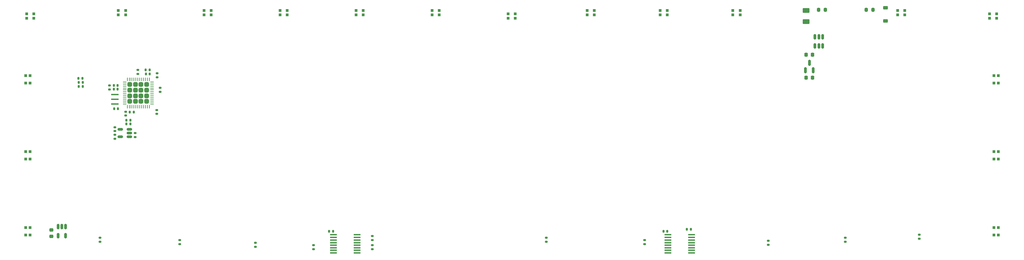
<source format=gbr>
%TF.GenerationSoftware,KiCad,Pcbnew,(7.0.0)*%
%TF.CreationDate,2024-04-06T15:18:24+02:00*%
%TF.ProjectId,forti EC,666f7274-6920-4454-932e-6b696361645f,rev?*%
%TF.SameCoordinates,Original*%
%TF.FileFunction,Paste,Bot*%
%TF.FilePolarity,Positive*%
%FSLAX46Y46*%
G04 Gerber Fmt 4.6, Leading zero omitted, Abs format (unit mm)*
G04 Created by KiCad (PCBNEW (7.0.0)) date 2024-04-06 15:18:24*
%MOMM*%
%LPD*%
G01*
G04 APERTURE LIST*
G04 Aperture macros list*
%AMRoundRect*
0 Rectangle with rounded corners*
0 $1 Rounding radius*
0 $2 $3 $4 $5 $6 $7 $8 $9 X,Y pos of 4 corners*
0 Add a 4 corners polygon primitive as box body*
4,1,4,$2,$3,$4,$5,$6,$7,$8,$9,$2,$3,0*
0 Add four circle primitives for the rounded corners*
1,1,$1+$1,$2,$3*
1,1,$1+$1,$4,$5*
1,1,$1+$1,$6,$7*
1,1,$1+$1,$8,$9*
0 Add four rect primitives between the rounded corners*
20,1,$1+$1,$2,$3,$4,$5,0*
20,1,$1+$1,$4,$5,$6,$7,0*
20,1,$1+$1,$6,$7,$8,$9,0*
20,1,$1+$1,$8,$9,$2,$3,0*%
G04 Aperture macros list end*
%ADD10RoundRect,0.105000X-0.245000X0.245000X-0.245000X-0.245000X0.245000X-0.245000X0.245000X0.245000X0*%
%ADD11RoundRect,0.135000X-0.185000X0.135000X-0.185000X-0.135000X0.185000X-0.135000X0.185000X0.135000X0*%
%ADD12RoundRect,0.105000X0.245000X0.245000X-0.245000X0.245000X-0.245000X-0.245000X0.245000X-0.245000X0*%
%ADD13RoundRect,0.250000X-0.315000X-0.315000X0.315000X-0.315000X0.315000X0.315000X-0.315000X0.315000X0*%
%ADD14RoundRect,0.062500X-0.375000X-0.062500X0.375000X-0.062500X0.375000X0.062500X-0.375000X0.062500X0*%
%ADD15RoundRect,0.062500X-0.062500X-0.375000X0.062500X-0.375000X0.062500X0.375000X-0.062500X0.375000X0*%
%ADD16RoundRect,0.135000X0.185000X-0.135000X0.185000X0.135000X-0.185000X0.135000X-0.185000X-0.135000X0*%
%ADD17RoundRect,0.200000X-0.200000X-0.275000X0.200000X-0.275000X0.200000X0.275000X-0.200000X0.275000X0*%
%ADD18RoundRect,0.140000X0.140000X0.170000X-0.140000X0.170000X-0.140000X-0.170000X0.140000X-0.170000X0*%
%ADD19RoundRect,0.135000X-0.135000X-0.185000X0.135000X-0.185000X0.135000X0.185000X-0.135000X0.185000X0*%
%ADD20RoundRect,0.140000X0.170000X-0.140000X0.170000X0.140000X-0.170000X0.140000X-0.170000X-0.140000X0*%
%ADD21RoundRect,0.200000X0.200000X0.275000X-0.200000X0.275000X-0.200000X-0.275000X0.200000X-0.275000X0*%
%ADD22R,1.900000X0.400000*%
%ADD23RoundRect,0.135000X0.135000X0.185000X-0.135000X0.185000X-0.135000X-0.185000X0.135000X-0.185000X0*%
%ADD24RoundRect,0.150000X0.512500X0.150000X-0.512500X0.150000X-0.512500X-0.150000X0.512500X-0.150000X0*%
%ADD25RoundRect,0.105000X0.245000X-0.245000X0.245000X0.245000X-0.245000X0.245000X-0.245000X-0.245000X0*%
%ADD26R,1.778000X0.419100*%
%ADD27RoundRect,0.150000X-0.150000X0.512500X-0.150000X-0.512500X0.150000X-0.512500X0.150000X0.512500X0*%
%ADD28RoundRect,0.225000X0.375000X-0.225000X0.375000X0.225000X-0.375000X0.225000X-0.375000X-0.225000X0*%
%ADD29RoundRect,0.140000X-0.140000X-0.170000X0.140000X-0.170000X0.140000X0.170000X-0.140000X0.170000X0*%
%ADD30RoundRect,0.140000X-0.170000X0.140000X-0.170000X-0.140000X0.170000X-0.140000X0.170000X0.140000X0*%
%ADD31RoundRect,0.150000X0.150000X-0.587500X0.150000X0.587500X-0.150000X0.587500X-0.150000X-0.587500X0*%
%ADD32RoundRect,0.150000X0.150000X-0.512500X0.150000X0.512500X-0.150000X0.512500X-0.150000X-0.512500X0*%
%ADD33RoundRect,0.225000X0.225000X0.250000X-0.225000X0.250000X-0.225000X-0.250000X0.225000X-0.250000X0*%
%ADD34RoundRect,0.225000X-0.250000X0.225000X-0.250000X-0.225000X0.250000X-0.225000X0.250000X0.225000X0*%
%ADD35RoundRect,0.250000X-0.625000X0.375000X-0.625000X-0.375000X0.625000X-0.375000X0.625000X0.375000X0*%
%ADD36RoundRect,0.225000X-0.225000X-0.250000X0.225000X-0.250000X0.225000X0.250000X-0.225000X0.250000X0*%
G04 APERTURE END LIST*
D10*
%TO.C,LED2*%
X28268750Y-68935000D03*
X29368750Y-68935000D03*
X29368750Y-70765000D03*
X28268750Y-70765000D03*
%TD*%
D11*
%TO.C,R24*%
X49212500Y-52311250D03*
X49212500Y-53331250D03*
%TD*%
D12*
%TO.C,LED23*%
X150933750Y-34375000D03*
X150933750Y-35475000D03*
X149103750Y-35475000D03*
X149103750Y-34375000D03*
%TD*%
D13*
%TO.C,U8*%
X54350000Y-52125000D03*
X54350000Y-53525000D03*
X54350000Y-54925000D03*
X54350000Y-56325000D03*
X55750000Y-52125000D03*
X55750000Y-53525000D03*
X55750000Y-54925000D03*
X55750000Y-56325000D03*
X57150000Y-52125000D03*
X57150000Y-53525000D03*
X57150000Y-54925000D03*
X57150000Y-56325000D03*
X58550000Y-52125000D03*
X58550000Y-53525000D03*
X58550000Y-54925000D03*
X58550000Y-56325000D03*
D14*
X53012500Y-56975000D03*
X53012500Y-56475000D03*
X53012500Y-55975000D03*
X53012500Y-55475000D03*
X53012500Y-54975000D03*
X53012500Y-54475000D03*
X53012500Y-53975000D03*
X53012500Y-53475000D03*
X53012500Y-52975000D03*
X53012500Y-52475000D03*
X53012500Y-51975000D03*
X53012500Y-51475000D03*
D15*
X53700000Y-50787500D03*
X54200000Y-50787500D03*
X54700000Y-50787500D03*
X55200000Y-50787500D03*
X55700000Y-50787500D03*
X56200000Y-50787500D03*
X56700000Y-50787500D03*
X57200000Y-50787500D03*
X57700000Y-50787500D03*
X58200000Y-50787500D03*
X58700000Y-50787500D03*
X59200000Y-50787500D03*
D14*
X59887500Y-51475000D03*
X59887500Y-51975000D03*
X59887500Y-52475000D03*
X59887500Y-52975000D03*
X59887500Y-53475000D03*
X59887500Y-53975000D03*
X59887500Y-54475000D03*
X59887500Y-54975000D03*
X59887500Y-55475000D03*
X59887500Y-55975000D03*
X59887500Y-56475000D03*
X59887500Y-56975000D03*
D15*
X59200000Y-57662500D03*
X58700000Y-57662500D03*
X58200000Y-57662500D03*
X57700000Y-57662500D03*
X57200000Y-57662500D03*
X56700000Y-57662500D03*
X56200000Y-57662500D03*
X55700000Y-57662500D03*
X55200000Y-57662500D03*
X54700000Y-57662500D03*
X54200000Y-57662500D03*
X53700000Y-57662500D03*
%TD*%
D16*
%TO.C,R17*%
X61912500Y-53975000D03*
X61912500Y-52955000D03*
%TD*%
D17*
%TO.C,R1*%
X238918750Y-33337500D03*
X240568750Y-33337500D03*
%TD*%
D18*
%TO.C,C22*%
X51280000Y-53281250D03*
X50320000Y-53281250D03*
%TD*%
D11*
%TO.C,R8*%
X100336691Y-92358750D03*
X100336691Y-93378750D03*
%TD*%
D19*
%TO.C,R11*%
X193948643Y-88418191D03*
X194968643Y-88418191D03*
%TD*%
D20*
%TO.C,C4*%
X55705048Y-65257684D03*
X55705048Y-64297684D03*
%TD*%
D12*
%TO.C,LED25*%
X93783750Y-33581250D03*
X93783750Y-34681250D03*
X91953750Y-34681250D03*
X91953750Y-33581250D03*
%TD*%
D11*
%TO.C,R18*%
X115093750Y-92358750D03*
X115093750Y-93378750D03*
%TD*%
D21*
%TO.C,R2*%
X228631250Y-33337500D03*
X226981250Y-33337500D03*
%TD*%
D18*
%TO.C,C17*%
X51373750Y-58193750D03*
X50413750Y-58193750D03*
%TD*%
D12*
%TO.C,LED30*%
X131883750Y-33581250D03*
X131883750Y-34681250D03*
X130053750Y-34681250D03*
X130053750Y-33581250D03*
%TD*%
%TO.C,LED21*%
X189033750Y-33581250D03*
X189033750Y-34681250D03*
X187203750Y-34681250D03*
X187203750Y-33581250D03*
%TD*%
D22*
%TO.C,Y1*%
X50593749Y-54612499D03*
X50593749Y-55812499D03*
X50593749Y-57012499D03*
%TD*%
D12*
%TO.C,LED20*%
X207290000Y-33581250D03*
X207290000Y-34681250D03*
X205460000Y-34681250D03*
X205460000Y-33581250D03*
%TD*%
D23*
%TO.C,R26*%
X54485000Y-62029065D03*
X53465000Y-62029065D03*
%TD*%
D11*
%TO.C,R15*%
X252187965Y-89783782D03*
X252187965Y-90803782D03*
%TD*%
D24*
%TO.C,U3*%
X54260288Y-63343750D03*
X54260288Y-64293750D03*
X54260288Y-65243750D03*
X51985288Y-65243750D03*
X51985288Y-63343750D03*
%TD*%
D11*
%TO.C,R5*%
X66859797Y-91106023D03*
X66859797Y-92126023D03*
%TD*%
D25*
%TO.C,LED16*%
X272012500Y-70765000D03*
X270912500Y-70765000D03*
X270912500Y-68935000D03*
X272012500Y-68935000D03*
%TD*%
D26*
%TO.C,U7*%
X195161839Y-89801699D03*
X195161839Y-90451939D03*
X195161839Y-91102179D03*
X195161839Y-91752419D03*
X195161839Y-92397579D03*
X195161839Y-93047819D03*
X195161839Y-93698059D03*
X195161839Y-94348299D03*
X189213159Y-94348299D03*
X189213159Y-93698059D03*
X189213159Y-93047819D03*
X189213159Y-92397579D03*
X189213159Y-91752419D03*
X189213159Y-91102179D03*
X189213159Y-90451939D03*
X189213159Y-89801699D03*
%TD*%
D12*
%TO.C,LED26*%
X74733750Y-33581250D03*
X74733750Y-34681250D03*
X72903750Y-34681250D03*
X72903750Y-33581250D03*
%TD*%
D27*
%TO.C,U4*%
X36356250Y-87762500D03*
X37306250Y-87762500D03*
X38256250Y-87762500D03*
X38256250Y-90037500D03*
X36356250Y-90037500D03*
%TD*%
D12*
%TO.C,LED31*%
X53302500Y-33581250D03*
X53302500Y-34681250D03*
X51472500Y-34681250D03*
X51472500Y-33581250D03*
%TD*%
D26*
%TO.C,U5*%
X111324339Y-89801699D03*
X111324339Y-90451939D03*
X111324339Y-91102179D03*
X111324339Y-91752419D03*
X111324339Y-92397579D03*
X111324339Y-93047819D03*
X111324339Y-93698059D03*
X111324339Y-94348299D03*
X105375659Y-94348299D03*
X105375659Y-93698059D03*
X105375659Y-93047819D03*
X105375659Y-92397579D03*
X105375659Y-91752419D03*
X105375659Y-91102179D03*
X105375659Y-90451939D03*
X105375659Y-89801699D03*
%TD*%
D28*
%TO.C,D_PWR1*%
X243681250Y-36172840D03*
X243681250Y-32872840D03*
%TD*%
D10*
%TO.C,LED1*%
X28268750Y-49885000D03*
X29368750Y-49885000D03*
X29368750Y-51715000D03*
X28268750Y-51715000D03*
%TD*%
D11*
%TO.C,R14*%
X214312500Y-91281250D03*
X214312500Y-92301250D03*
%TD*%
D12*
%TO.C,LED19*%
X248565000Y-33581250D03*
X248565000Y-34681250D03*
X246735000Y-34681250D03*
X246735000Y-33581250D03*
%TD*%
D25*
%TO.C,LED15*%
X272012500Y-89815000D03*
X270912500Y-89815000D03*
X270912500Y-87985000D03*
X272012500Y-87985000D03*
%TD*%
D11*
%TO.C,R12*%
X183336947Y-91098718D03*
X183336947Y-92118718D03*
%TD*%
D25*
%TO.C,LED17*%
X272012500Y-51715000D03*
X270912500Y-51715000D03*
X270912500Y-49885000D03*
X272012500Y-49885000D03*
%TD*%
D29*
%TO.C,C16*%
X58351250Y-49462500D03*
X59311250Y-49462500D03*
%TD*%
D30*
%TO.C,C19*%
X61118750Y-58507500D03*
X61118750Y-59467500D03*
%TD*%
D20*
%TO.C,C3*%
X50566538Y-63769503D03*
X50566538Y-62809503D03*
%TD*%
D30*
%TO.C,C20*%
X53275000Y-58951250D03*
X53275000Y-59911250D03*
%TD*%
D31*
%TO.C,U2*%
X225581250Y-48532386D03*
X223681250Y-48532386D03*
X224631250Y-46657386D03*
%TD*%
D12*
%TO.C,LED18*%
X271583750Y-34375000D03*
X271583750Y-35475000D03*
X269753750Y-35475000D03*
X269753750Y-34375000D03*
%TD*%
%TO.C,LED27*%
X30283750Y-34375000D03*
X30283750Y-35475000D03*
X28453750Y-35475000D03*
X28453750Y-34375000D03*
%TD*%
D18*
%TO.C,C21*%
X51280000Y-52337500D03*
X50320000Y-52337500D03*
%TD*%
D16*
%TO.C,R23*%
X50578259Y-65734247D03*
X50578259Y-64714247D03*
%TD*%
D11*
%TO.C,R7*%
X46831250Y-90487500D03*
X46831250Y-91507500D03*
%TD*%
D23*
%TO.C,R25*%
X59341250Y-48468750D03*
X58321250Y-48468750D03*
%TD*%
D18*
%TO.C,C10*%
X105255000Y-88900000D03*
X104295000Y-88900000D03*
%TD*%
D32*
%TO.C,U1*%
X227962500Y-42412500D03*
X227012500Y-42412500D03*
X226062500Y-42412500D03*
X226062500Y-40137500D03*
X227012500Y-40137500D03*
X227962500Y-40137500D03*
%TD*%
D11*
%TO.C,R22*%
X56349625Y-48470642D03*
X56349625Y-49490642D03*
%TD*%
D12*
%TO.C,LED24*%
X112833750Y-33581250D03*
X112833750Y-34681250D03*
X111003750Y-34681250D03*
X111003750Y-33581250D03*
%TD*%
D33*
%TO.C,C2*%
X225407058Y-50424759D03*
X223857058Y-50424759D03*
%TD*%
D23*
%TO.C,R27*%
X55372500Y-58987500D03*
X54352500Y-58987500D03*
%TD*%
D11*
%TO.C,R16*%
X233614521Y-90547112D03*
X233614521Y-91567112D03*
%TD*%
D23*
%TO.C,R20*%
X42512505Y-51593750D03*
X41492505Y-51593750D03*
%TD*%
D34*
%TO.C,C12*%
X34692920Y-88600438D03*
X34692920Y-90150438D03*
%TD*%
D23*
%TO.C,R6*%
X54485000Y-61020669D03*
X53465000Y-61020669D03*
%TD*%
D11*
%TO.C,R13*%
X158719886Y-90521552D03*
X158719886Y-91541552D03*
%TD*%
D35*
%TO.C,F1*%
X223837500Y-33525000D03*
X223837500Y-36325000D03*
%TD*%
D23*
%TO.C,R19*%
X42525754Y-52602880D03*
X41505754Y-52602880D03*
%TD*%
D12*
%TO.C,LED22*%
X170777500Y-33581250D03*
X170777500Y-34681250D03*
X168947500Y-34681250D03*
X168947500Y-33581250D03*
%TD*%
D10*
%TO.C,LED3*%
X28268750Y-87985000D03*
X29368750Y-87985000D03*
X29368750Y-89815000D03*
X28268750Y-89815000D03*
%TD*%
D20*
%TO.C,C18*%
X61212500Y-50292500D03*
X61212500Y-49332500D03*
%TD*%
D11*
%TO.C,R4*%
X85778534Y-91759061D03*
X85778534Y-92779061D03*
%TD*%
D18*
%TO.C,C15*%
X189027024Y-88929977D03*
X188067024Y-88929977D03*
%TD*%
D36*
%TO.C,C1*%
X223856250Y-44632386D03*
X225406250Y-44632386D03*
%TD*%
D16*
%TO.C,R9*%
X115093750Y-91113750D03*
X115093750Y-90093750D03*
%TD*%
D19*
%TO.C,R21*%
X41472631Y-50537229D03*
X42492631Y-50537229D03*
%TD*%
M02*

</source>
